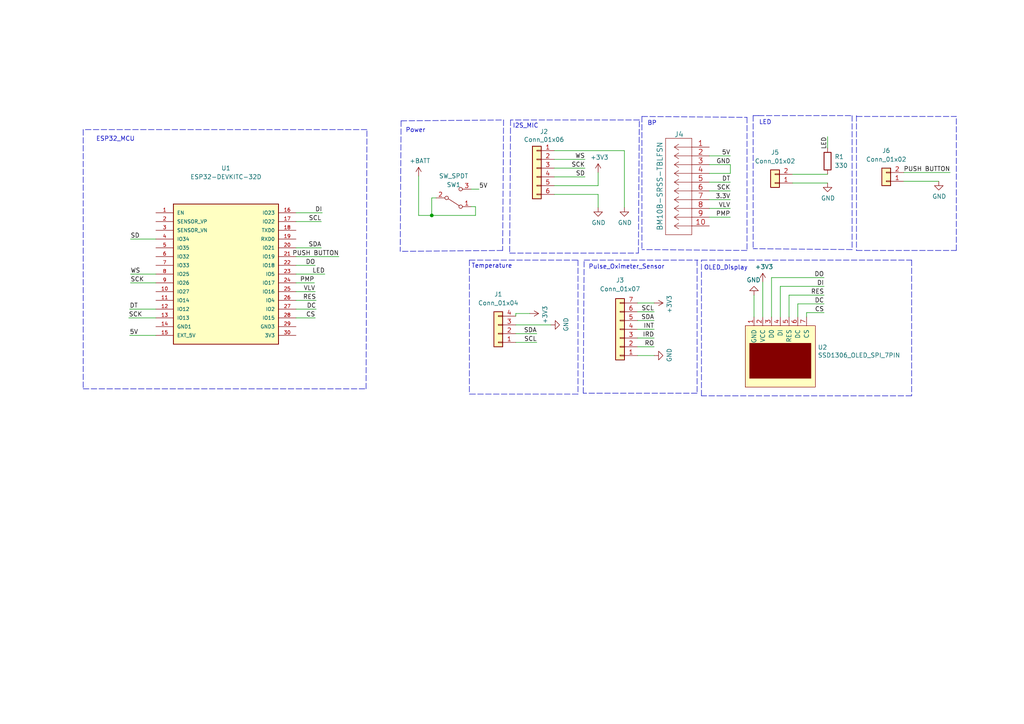
<source format=kicad_sch>
(kicad_sch (version 20211123) (generator eeschema)
  (paper "A4")
  (lib_symbols
    (symbol "Connector_Generic:Conn_01x02" (pin_names (offset 1.016) hide)
      (property "Reference" "J" (at 0 2.54 0))
      (property "Value" "Conn_01x02" (at 0 -5.08 0))
      (symbol "Conn_01x02_1_1"
        (rectangle (start -1.27 -2.413) (end 0 -2.667) (stroke (width 0.1524)))
        (rectangle (start -1.27 0.127) (end 0 -0.127) (stroke (width 0.1524)))
        (rectangle (start -1.27 1.27) (end 1.27 -3.81) (stroke (width 0.254)) (fill (type background)))
        (pin passive line (at -5.08 0 0) (length 3.81) (name "Pin_1") (number "1"))
        (pin passive line (at -5.08 -2.54 0) (length 3.81) (name "Pin_2") (number "2"))
      )
    )
    (symbol "Connector_Generic:Conn_01x04" (pin_names (offset 1.016) hide)
      (property "Reference" "J" (at 0 5.08 0))
      (property "Value" "Conn_01x04" (at 0 -7.62 0))
      (symbol "Conn_01x04_1_1"
        (rectangle (start -1.27 -4.953) (end 0 -5.207) (stroke (width 0.1524)))
        (rectangle (start -1.27 -2.413) (end 0 -2.667) (stroke (width 0.1524)))
        (rectangle (start -1.27 0.127) (end 0 -0.127) (stroke (width 0.1524)))
        (rectangle (start -1.27 2.667) (end 0 2.413) (stroke (width 0.1524)))
        (rectangle (start -1.27 3.81) (end 1.27 -6.35) (stroke (width 0.254)) (fill (type background)))
        (pin passive line (at -5.08 2.54 0) (length 3.81) (name "Pin_1") (number "1"))
        (pin passive line (at -5.08 0 0) (length 3.81) (name "Pin_2") (number "2"))
        (pin passive line (at -5.08 -2.54 0) (length 3.81) (name "Pin_3") (number "3"))
        (pin passive line (at -5.08 -5.08 0) (length 3.81) (name "Pin_4") (number "4"))
      )
    )
    (symbol "Connector_Generic:Conn_01x06" (pin_names (offset 1.016) hide)
      (property "Reference" "J" (at 0 7.62 0))
      (property "Value" "Conn_01x06" (at 0 -10.16 0))
      (symbol "Conn_01x06_1_1"
        (rectangle (start -1.27 -7.493) (end 0 -7.747) (stroke (width 0.1524)))
        (rectangle (start -1.27 -4.953) (end 0 -5.207) (stroke (width 0.1524)))
        (rectangle (start -1.27 -2.413) (end 0 -2.667) (stroke (width 0.1524)))
        (rectangle (start -1.27 0.127) (end 0 -0.127) (stroke (width 0.1524)))
        (rectangle (start -1.27 2.667) (end 0 2.413) (stroke (width 0.1524)))
        (rectangle (start -1.27 5.207) (end 0 4.953) (stroke (width 0.1524)))
        (rectangle (start -1.27 6.35) (end 1.27 -8.89) (stroke (width 0.254)) (fill (type background)))
        (pin passive line (at -5.08 5.08 0) (length 3.81) (name "Pin_1") (number "1"))
        (pin passive line (at -5.08 2.54 0) (length 3.81) (name "Pin_2") (number "2"))
        (pin passive line (at -5.08 0 0) (length 3.81) (name "Pin_3") (number "3"))
        (pin passive line (at -5.08 -2.54 0) (length 3.81) (name "Pin_4") (number "4"))
        (pin passive line (at -5.08 -5.08 0) (length 3.81) (name "Pin_5") (number "5"))
        (pin passive line (at -5.08 -7.62 0) (length 3.81) (name "Pin_6") (number "6"))
      )
    )
    (symbol "Connector_Generic:Conn_01x07" (pin_names (offset 1.016) hide)
      (property "Reference" "J" (at 0 10.16 0))
      (property "Value" "Conn_01x07" (at 0 -10.16 0))
      (symbol "Conn_01x07_1_1"
        (rectangle (start -1.27 -7.493) (end 0 -7.747) (stroke (width 0.1524)))
        (rectangle (start -1.27 -4.953) (end 0 -5.207) (stroke (width 0.1524)))
        (rectangle (start -1.27 -2.413) (end 0 -2.667) (stroke (width 0.1524)))
        (rectangle (start -1.27 0.127) (end 0 -0.127) (stroke (width 0.1524)))
        (rectangle (start -1.27 2.667) (end 0 2.413) (stroke (width 0.1524)))
        (rectangle (start -1.27 5.207) (end 0 4.953) (stroke (width 0.1524)))
        (rectangle (start -1.27 7.747) (end 0 7.493) (stroke (width 0.1524)))
        (rectangle (start -1.27 8.89) (end 1.27 -8.89) (stroke (width 0.254)) (fill (type background)))
        (pin passive line (at -5.08 7.62 0) (length 3.81) (name "Pin_1") (number "1"))
        (pin passive line (at -5.08 5.08 0) (length 3.81) (name "Pin_2") (number "2"))
        (pin passive line (at -5.08 2.54 0) (length 3.81) (name "Pin_3") (number "3"))
        (pin passive line (at -5.08 0 0) (length 3.81) (name "Pin_4") (number "4"))
        (pin passive line (at -5.08 -2.54 0) (length 3.81) (name "Pin_5") (number "5"))
        (pin passive line (at -5.08 -5.08 0) (length 3.81) (name "Pin_6") (number "6"))
        (pin passive line (at -5.08 -7.62 0) (length 3.81) (name "Pin_7") (number "7"))
      )
    )
    (symbol "Device:R" (pin_numbers hide) (pin_names (offset 0))
      (property "Reference" "R" (at 2.032 0 90))
      (property "Value" "R" (at 0 0 90))
      (symbol "R_0_1"
        (rectangle (start -1.016 -2.54) (end 1.016 2.54) (stroke (width 0.254)))
      )
      (symbol "R_1_1"
        (pin passive line (at 0 3.81 270) (length 1.27) (name "~") (number "1"))
        (pin passive line (at 0 -3.81 90) (length 1.27) (name "~") (number "2"))
      )
    )
    (symbol "ESP32-DEVKITC-32D:ESP32-DEVKITC-32D" (pin_names (offset 1.016))
      (property "Reference" "U?" (at 0 30.734 0))
      (property "Value" "ESP32-DEVKITC-32D" (at 0 28.194 0))
      (symbol "ESP32-DEVKITC-32D_0_0"
        (rectangle (start -15.24 20.32) (end 15.24 -20.32) (stroke (width 0.254)) (fill (type background)))
        (pin input line (at -20.32 17.78 0) (length 5.08) (name "EN") (number "1"))
        (pin bidirectional line (at -20.32 -5.08 0) (length 5.08) (name "IO27") (number "10"))
        (pin bidirectional line (at -20.32 -7.62 0) (length 5.08) (name "IO14") (number "11"))
        (pin bidirectional line (at -20.32 -10.16 0) (length 5.08) (name "IO12") (number "12"))
        (pin bidirectional line (at -20.32 -12.7 0) (length 5.08) (name "IO13") (number "13"))
        (pin power_in line (at -20.32 -15.24 0) (length 5.08) (name "GND1") (number "14"))
        (pin power_in line (at -20.32 -17.78 0) (length 5.08) (name "EXT_5V") (number "15"))
        (pin bidirectional line (at 20.32 17.78 180) (length 5.08) (name "IO23") (number "16"))
        (pin bidirectional line (at 20.32 15.24 180) (length 5.08) (name "IO22") (number "17"))
        (pin output line (at 20.32 12.7 180) (length 5.08) (name "TXD0") (number "18"))
        (pin input line (at 20.32 10.16 180) (length 5.08) (name "RXD0") (number "19"))
        (pin input line (at -20.32 15.24 0) (length 5.08) (name "SENSOR_VP") (number "2"))
        (pin bidirectional line (at 20.32 7.62 180) (length 5.08) (name "IO21") (number "20"))
        (pin bidirectional line (at 20.32 5.08 180) (length 5.08) (name "IO19") (number "21"))
        (pin bidirectional line (at 20.32 2.54 180) (length 5.08) (name "IO18") (number "22"))
        (pin bidirectional line (at 20.32 0 180) (length 5.08) (name "IO5") (number "23"))
        (pin bidirectional line (at 20.32 -2.54 180) (length 5.08) (name "IO17") (number "24"))
        (pin bidirectional line (at 20.32 -5.08 180) (length 5.08) (name "IO16") (number "25"))
        (pin bidirectional line (at 20.32 -7.62 180) (length 5.08) (name "IO4") (number "26"))
        (pin bidirectional line (at 20.32 -10.16 180) (length 5.08) (name "IO2") (number "27"))
        (pin bidirectional line (at 20.32 -12.7 180) (length 5.08) (name "IO15") (number "28"))
        (pin power_in line (at 20.32 -15.24 180) (length 5.08) (name "GND3") (number "29"))
        (pin input line (at -20.32 12.7 0) (length 5.08) (name "SENSOR_VN") (number "3"))
        (pin power_in line (at 20.32 -17.78 180) (length 5.08) (name "3V3") (number "30"))
        (pin bidirectional line (at -20.32 10.16 0) (length 5.08) (name "IO34") (number "4"))
        (pin bidirectional line (at -20.32 7.62 0) (length 5.08) (name "IO35") (number "5"))
        (pin bidirectional line (at -20.32 5.08 0) (length 5.08) (name "IO32") (number "6"))
        (pin bidirectional line (at -20.32 2.54 0) (length 5.08) (name "IO33") (number "7"))
        (pin bidirectional line (at -20.32 0 0) (length 5.08) (name "IO25") (number "8"))
        (pin bidirectional line (at -20.32 -2.54 0) (length 5.08) (name "IO26") (number "9"))
      )
    )
    (symbol "Insulin_pump_main_v1-rescue:BM10B-SRSS-TBLFSN-JST_10PIN" (pin_names (offset 0.254) hide)
      (property "Reference" "J" (at 8.89 6.35 0))
      (property "Value" "BM10B-SRSS-TBLFSN-JST_10PIN" (at 10.16 -10.16 0))
      (symbol "BM10B-SRSS-TBLFSN-JST_10PIN_1_1"
        (polyline (pts (xy 5.08 -25.4) (xy 12.7 -25.4)) (stroke (width 0.127)))
        (polyline (pts (xy 5.08 2.54) (xy 5.08 -25.4)) (stroke (width 0.127)))
        (polyline (pts (xy 10.16 -22.86) (xy 5.08 -22.86)) (stroke (width 0.127)))
        (polyline (pts (xy 10.16 -22.86) (xy 8.89 -23.6982)) (stroke (width 0.127)))
        (polyline (pts (xy 10.16 -22.86) (xy 8.89 -22.0218)) (stroke (width 0.127)))
        (polyline (pts (xy 10.16 -20.32) (xy 5.08 -20.32)) (stroke (width 0.127)))
        (polyline (pts (xy 10.16 -20.32) (xy 8.89 -21.1582)) (stroke (width 0.127)))
        (polyline (pts (xy 10.16 -20.32) (xy 8.89 -19.4818)) (stroke (width 0.127)))
        (polyline (pts (xy 10.16 -17.78) (xy 5.08 -17.78)) (stroke (width 0.127)))
        (polyline (pts (xy 10.16 -17.78) (xy 8.89 -18.6182)) (stroke (width 0.127)))
        (polyline (pts (xy 10.16 -17.78) (xy 8.89 -16.9418)) (stroke (width 0.127)))
        (polyline (pts (xy 10.16 -15.24) (xy 5.08 -15.24)) (stroke (width 0.127)))
        (polyline (pts (xy 10.16 -15.24) (xy 8.89 -16.0782)) (stroke (width 0.127)))
        (polyline (pts (xy 10.16 -15.24) (xy 8.89 -14.4018)) (stroke (width 0.127)))
        (polyline (pts (xy 10.16 -12.7) (xy 5.08 -12.7)) (stroke (width 0.127)))
        (polyline (pts (xy 10.16 -12.7) (xy 8.89 -13.5382)) (stroke (width 0.127)))
        (polyline (pts (xy 10.16 -12.7) (xy 8.89 -11.8618)) (stroke (width 0.127)))
        (polyline (pts (xy 10.16 -10.16) (xy 5.08 -10.16)) (stroke (width 0.127)))
        (polyline (pts (xy 10.16 -10.16) (xy 8.89 -10.9982)) (stroke (width 0.127)))
        (polyline (pts (xy 10.16 -10.16) (xy 8.89 -9.3218)) (stroke (width 0.127)))
        (polyline (pts (xy 10.16 -7.62) (xy 5.08 -7.62)) (stroke (width 0.127)))
        (polyline (pts (xy 10.16 -7.62) (xy 8.89 -8.4582)) (stroke (width 0.127)))
        (polyline (pts (xy 10.16 -7.62) (xy 8.89 -6.7818)) (stroke (width 0.127)))
        (polyline (pts (xy 10.16 -5.08) (xy 5.08 -5.08)) (stroke (width 0.127)))
        (polyline (pts (xy 10.16 -5.08) (xy 8.89 -5.9182)) (stroke (width 0.127)))
        (polyline (pts (xy 10.16 -5.08) (xy 8.89 -4.2418)) (stroke (width 0.127)))
        (polyline (pts (xy 10.16 -2.54) (xy 5.08 -2.54)) (stroke (width 0.127)))
        (polyline (pts (xy 10.16 -2.54) (xy 8.89 -3.3782)) (stroke (width 0.127)))
        (polyline (pts (xy 10.16 -2.54) (xy 8.89 -1.7018)) (stroke (width 0.127)))
        (polyline (pts (xy 10.16 0) (xy 5.08 0)) (stroke (width 0.127)))
        (polyline (pts (xy 10.16 0) (xy 8.89 -0.8382)) (stroke (width 0.127)))
        (polyline (pts (xy 10.16 0) (xy 8.89 0.8382)) (stroke (width 0.127)))
        (polyline (pts (xy 12.7 -25.4) (xy 12.7 2.54)) (stroke (width 0.127)))
        (polyline (pts (xy 12.7 2.54) (xy 5.08 2.54)) (stroke (width 0.127)))
        (pin unspecified line (at 0 0 0) (length 5.08) (name "1") (number "1"))
        (pin unspecified line (at 0 -22.86 0) (length 5.08) (name "10") (number "10"))
        (pin unspecified line (at 0 -2.54 0) (length 5.08) (name "2") (number "2"))
        (pin unspecified line (at 0 -5.08 0) (length 5.08) (name "3") (number "3"))
        (pin unspecified line (at 0 -7.62 0) (length 5.08) (name "4") (number "4"))
        (pin unspecified line (at 0 -10.16 0) (length 5.08) (name "5") (number "5"))
        (pin unspecified line (at 0 -12.7 0) (length 5.08) (name "6") (number "6"))
        (pin unspecified line (at 0 -15.24 0) (length 5.08) (name "7") (number "7"))
        (pin unspecified line (at 0 -17.78 0) (length 5.08) (name "8") (number "8"))
        (pin unspecified line (at 0 -20.32 0) (length 5.08) (name "9") (number "9"))
      )
    )
    (symbol "SSD1306:SSD1306_OLED_SPI_7PIN" (pin_names (offset 1.016))
      (property "Reference" "U" (at -11.43 7.62 0))
      (property "Value" "SSD1306_SSD1306_OLED_SPI_7PIN" (at 0 -10.16 0))
      (symbol "SSD1306_OLED_SPI_7PIN_0_1"
        (rectangle (start -10.16 8.89) (end 10.16 -8.89) (fill (type background)))
        (rectangle (start -8.89 3.81) (end 8.89 -6.35) (fill (type outline)))
      )
      (symbol "SSD1306_OLED_SPI_7PIN_1_1"
        (pin power_in line (at -7.62 11.43 270) (length 2.54) (name "GND") (number "1"))
        (pin power_in line (at -5.08 11.43 270) (length 2.54) (name "VCC") (number "2"))
        (pin output line (at -2.54 11.43 270) (length 2.54) (name "D0") (number "3"))
        (pin input line (at 0 11.43 270) (length 2.54) (name "DI") (number "4"))
        (pin input line (at 2.54 11.43 270) (length 2.54) (name "RES") (number "5"))
        (pin input line (at 5.08 11.43 270) (length 2.54) (name "DC") (number "6"))
        (pin input line (at 7.62 11.43 270) (length 2.54) (name "CS") (number "7"))
      )
    )
    (symbol "Switch:SW_SPDT" (pin_names (offset 0) hide)
      (property "Reference" "SW" (at 0 4.318 0))
      (property "Value" "SW_SPDT" (at 0 -5.08 0))
      (symbol "SW_SPDT_0_0"
        (circle (center -2.032 0) (radius 0.508))
        (circle (center 2.032 -2.54) (radius 0.508))
      )
      (symbol "SW_SPDT_0_1"
        (polyline (pts (xy -1.524 0.254) (xy 1.651 2.286)))
        (circle (center 2.032 2.54) (radius 0.508))
      )
      (symbol "SW_SPDT_1_1"
        (pin passive line (at 5.08 2.54 180) (length 2.54) (name "A") (number "1"))
        (pin passive line (at -5.08 0 0) (length 2.54) (name "B") (number "2"))
        (pin passive line (at 5.08 -2.54 180) (length 2.54) (name "C") (number "3"))
      )
    )
    (symbol "power:+3.3V" (power) (pin_names (offset 0))
      (property "Value" "+3.3V" (at 0 3.556 0))
      (symbol "+3.3V_0_1"
        (polyline (pts (xy -0.762 1.27) (xy 0 2.54)))
        (polyline (pts (xy 0 0) (xy 0 2.54)))
        (polyline (pts (xy 0 2.54) (xy 0.762 1.27)))
      )
      (symbol "+3.3V_1_1"
        (pin power_in line (at 0 0 90) (length 0) hide (name "+3V3") (number "1"))
      )
    )
    (symbol "power:+BATT" (power) (pin_names (offset 0))
      (property "Value" "+BATT" (at 0 3.556 0))
      (symbol "+BATT_0_1"
        (polyline (pts (xy -0.762 1.27) (xy 0 2.54)))
        (polyline (pts (xy 0 0) (xy 0 2.54)))
        (polyline (pts (xy 0 2.54) (xy 0.762 1.27)))
      )
      (symbol "+BATT_1_1"
        (pin power_in line (at 0 0 90) (length 0) hide (name "+BATT") (number "1"))
      )
    )
    (symbol "power:GND" (power) (pin_names (offset 0))
      (property "Value" "GND" (at 0 -3.81 0))
      (symbol "GND_0_1"
        (polyline (pts (xy 0 0) (xy 0 -1.27) (xy 1.27 -1.27) (xy 0 -2.54) (xy -1.27 -1.27) (xy 0 -1.27)))
      )
      (symbol "GND_1_1"
        (pin power_in line (at 0 0 270) (length 0) hide (name "GND") (number "1"))
      )
    )
  )
  (junction (at 125.222 62.484))
  (wire (pts (xy 205.74 52.832) (xy 211.836 52.832)))
  (wire (pts (xy 184.912 95.504) (xy 189.738 95.504)))
  (wire (pts (xy 125.222 62.484) (xy 125.222 57.404)))
  (polyline (pts (xy 136.144 75.438) (xy 167.64 75.438)))
  (wire (pts (xy 205.74 60.452) (xy 211.836 60.452)))
  (wire (pts (xy 228.854 91.948) (xy 228.854 85.598)))
  (wire (pts (xy 223.774 80.518) (xy 239.014 80.518)))
  (polyline (pts (xy 167.64 75.438) (xy 167.64 114.3)))
  (wire (pts (xy 160.782 51.308) (xy 169.672 51.308)))
  (polyline (pts (xy 136.144 75.438) (xy 136.144 114.3)))
  (wire (pts (xy 136.652 59.944) (xy 137.922 59.944)))
  (wire (pts (xy 205.74 47.752) (xy 211.836 47.752)))
  (polyline (pts (xy 248.412 72.644) (xy 277.368 72.644)))
  (polyline (pts (xy 106.426 37.592) (xy 24.13 37.592)))
  (wire (pts (xy 85.852 92.202) (xy 91.44 92.202)))
  (wire (pts (xy 149.606 94.234) (xy 159.766 94.234)))
  (polyline (pts (xy 116.332 35.052) (xy 116.078 72.898)))
  (polyline (pts (xy 116.332 35.052) (xy 146.05 34.798)))
  (polyline (pts (xy 167.64 114.3) (xy 136.144 114.3)))
  (wire (pts (xy 85.852 71.882) (xy 93.218 71.882)))
  (wire (pts (xy 160.782 56.388) (xy 173.482 56.388)))
  (polyline (pts (xy 219.964 33.528) (xy 247.142 33.528)))
  (polyline (pts (xy 247.142 72.39) (xy 218.948 72.136)))
  (wire (pts (xy 121.412 51.054) (xy 121.412 62.484)))
  (wire (pts (xy 85.852 61.722) (xy 93.472 61.722)))
  (wire (pts (xy 226.314 83.058) (xy 239.014 83.058)))
  (wire (pts (xy 240.03 39.624) (xy 240.03 42.926)))
  (wire (pts (xy 149.606 91.694) (xy 149.606 90.932)))
  (polyline (pts (xy 247.142 33.528) (xy 247.142 72.39)))
  (polyline (pts (xy 277.368 72.644) (xy 277.368 33.782)))
  (wire (pts (xy 85.852 79.502) (xy 94.234 79.502)))
  (wire (pts (xy 136.652 54.864) (xy 138.938 54.864)))
  (polyline (pts (xy 203.454 114.808) (xy 203.454 75.438)))
  (wire (pts (xy 184.912 90.424) (xy 189.738 90.424)))
  (wire (pts (xy 226.314 91.948) (xy 226.314 83.058)))
  (wire (pts (xy 262.128 50.038) (xy 275.59 50.038)))
  (wire (pts (xy 37.338 92.202) (xy 45.212 92.202)))
  (wire (pts (xy 205.74 55.372) (xy 211.836 55.372)))
  (wire (pts (xy 205.74 50.292) (xy 211.836 50.292)))
  (wire (pts (xy 184.912 103.124) (xy 189.738 103.124)))
  (wire (pts (xy 173.482 50.038) (xy 173.482 53.848)))
  (polyline (pts (xy 202.184 114.046) (xy 169.164 114.046)))
  (wire (pts (xy 137.922 62.484) (xy 125.222 62.484)))
  (wire (pts (xy 126.492 57.404) (xy 125.222 57.404)))
  (polyline (pts (xy 216.662 72.644) (xy 186.182 72.39)))
  (polyline (pts (xy 264.414 114.808) (xy 203.454 114.808)))
  (wire (pts (xy 149.606 99.314) (xy 155.702 99.314)))
  (wire (pts (xy 218.694 85.598) (xy 218.694 91.948)))
  (polyline (pts (xy 169.418 75.438) (xy 202.438 75.438)))
  (polyline (pts (xy 248.412 33.528) (xy 248.412 72.644)))
  (polyline (pts (xy 146.05 34.798) (xy 145.796 72.644)))
  (polyline (pts (xy 145.796 72.644) (xy 116.078 72.898)))
  (polyline (pts (xy 202.184 75.438) (xy 202.184 114.046)))
  (polyline (pts (xy 147.828 73.406) (xy 185.166 73.406)))
  (polyline (pts (xy 24.13 112.776) (xy 106.172 112.776)))
  (wire (pts (xy 181.102 43.688) (xy 181.102 60.198)))
  (polyline (pts (xy 148.082 34.798) (xy 147.828 73.406)))
  (wire (pts (xy 85.852 82.042) (xy 91.186 82.042)))
  (polyline (pts (xy 106.172 112.776) (xy 106.426 37.592)))
  (wire (pts (xy 184.912 98.044) (xy 189.738 98.044)))
  (wire (pts (xy 173.482 56.388) (xy 173.482 60.198)))
  (polyline (pts (xy 218.44 33.528) (xy 218.44 72.136)))
  (wire (pts (xy 85.852 64.262) (xy 93.218 64.262)))
  (wire (pts (xy 85.852 76.962) (xy 91.44 76.962)))
  (wire (pts (xy 231.394 88.138) (xy 239.014 88.138)))
  (polyline (pts (xy 185.166 73.406) (xy 185.42 34.798)))
  (wire (pts (xy 233.934 90.678) (xy 239.014 90.678)))
  (wire (pts (xy 233.934 91.948) (xy 233.934 90.678)))
  (wire (pts (xy 184.912 87.884) (xy 189.738 87.884)))
  (wire (pts (xy 149.606 96.774) (xy 155.702 96.774)))
  (wire (pts (xy 205.74 45.212) (xy 211.836 45.212)))
  (wire (pts (xy 211.836 47.752) (xy 211.836 50.292)))
  (polyline (pts (xy 219.964 33.528) (xy 218.44 33.528)))
  (wire (pts (xy 184.912 100.584) (xy 189.738 100.584)))
  (wire (pts (xy 85.852 87.122) (xy 91.694 87.122)))
  (polyline (pts (xy 203.454 75.438) (xy 264.414 75.438)))
  (polyline (pts (xy 169.164 114.046) (xy 169.418 75.438)))
  (polyline (pts (xy 186.182 33.782) (xy 186.182 72.39)))
  (polyline (pts (xy 186.182 33.782) (xy 216.662 34.036)))
  (wire (pts (xy 85.852 84.582) (xy 91.44 84.582)))
  (polyline (pts (xy 185.42 34.798) (xy 185.42 34.798)))
  (wire (pts (xy 229.87 53.086) (xy 240.03 53.086)))
  (wire (pts (xy 85.852 89.662) (xy 91.694 89.662)))
  (wire (pts (xy 228.854 85.598) (xy 239.014 85.598)))
  (wire (pts (xy 37.592 97.282) (xy 45.212 97.282)))
  (wire (pts (xy 160.782 53.848) (xy 173.482 53.848)))
  (polyline (pts (xy 218.44 72.136) (xy 219.202 72.136)))
  (wire (pts (xy 37.846 79.502) (xy 45.212 79.502)))
  (polyline (pts (xy 248.412 33.782) (xy 277.368 33.782)))
  (wire (pts (xy 229.87 50.546) (xy 240.03 50.546)))
  (wire (pts (xy 205.74 57.912) (xy 211.836 57.912)))
  (wire (pts (xy 160.782 46.228) (xy 169.672 46.228)))
  (wire (pts (xy 37.592 89.662) (xy 45.212 89.662)))
  (wire (pts (xy 221.234 81.788) (xy 221.234 91.948)))
  (wire (pts (xy 149.606 90.932) (xy 153.67 90.932)))
  (wire (pts (xy 37.846 69.342) (xy 45.212 69.342)))
  (wire (pts (xy 231.394 91.948) (xy 231.394 88.138)))
  (polyline (pts (xy 24.13 37.592) (xy 24.13 112.776)))
  (wire (pts (xy 121.412 62.484) (xy 125.222 62.484)))
  (polyline (pts (xy 264.414 75.438) (xy 264.414 114.808)))
  (wire (pts (xy 85.852 74.422) (xy 98.298 74.422)))
  (wire (pts (xy 205.74 62.992) (xy 211.836 62.992)))
  (wire (pts (xy 262.128 52.578) (xy 272.288 52.578)))
  (wire (pts (xy 223.774 91.948) (xy 223.774 80.518)))
  (wire (pts (xy 137.922 59.944) (xy 137.922 62.484)))
  (wire (pts (xy 160.782 43.688) (xy 181.102 43.688)))
  (wire (pts (xy 37.846 82.042) (xy 45.212 82.042)))
  (wire (pts (xy 160.782 48.768) (xy 169.672 48.768)))
  (polyline (pts (xy 216.662 34.036) (xy 216.662 72.644)))
  (wire (pts (xy 184.912 92.964) (xy 189.738 92.964)))
  (polyline (pts (xy 185.42 34.798) (xy 148.082 34.798)))
  (text "LED\n" (at 223.774 36.322 180) (effects (font (size 1.27 1.27)) (justify right bottom)))
  (text "Pulse_Oximeter_Sensor" (at 170.688 78.232 0) (effects (font (size 1.27 1.27)) (justify left bottom)))
  (text "Power" (at 123.444 38.608 180) (effects (font (size 1.27 1.27)) (justify right bottom)))
  (text "OLED_Display\n" (at 216.916 78.486 180) (effects (font (size 1.27 1.27)) (justify right bottom)))
  (text "Temperature\n" (at 148.59 77.978 180) (effects (font (size 1.27 1.27)) (justify right bottom)))
  (text "BP\n\n\n" (at 190.5 40.64 180) (effects (font (size 1.27 1.27)) (justify right bottom)))
  (text "ESP32_MCU" (at 39.116 41.148 180) (effects (font (size 1.27 1.27)) (justify right bottom)))
  (text "I2S_MIC" (at 156.21 37.338 180) (effects (font (size 1.27 1.27)) (justify right bottom)))
  (label "CS" (at 91.44 92.202 180))
  (label "SCK" (at 169.672 48.768 180))
  (label "DC" (at 91.694 89.662 180))
  (label "WS" (at 169.672 46.228 180))
  (label "PMP" (at 211.836 62.992 180))
  (label "SDA" (at 189.738 92.964 180))
  (label "LED" (at 94.234 79.502 180))
  (label "IRD" (at 189.738 98.044 180))
  (label "SD" (at 37.846 69.342 0))
  (label "CS" (at 239.014 90.678 180))
  (label "WS" (at 37.846 79.502 0))
  (label "VLV" (at 211.836 60.452 180))
  (label "DI" (at 239.014 83.058 180))
  (label "SCK" (at 37.846 82.042 0))
  (label "PUSH BUTTON" (at 275.59 50.038 180))
  (label "RO" (at 189.738 100.584 180))
  (label "DO" (at 239.014 80.518 180))
  (label "GND" (at 211.836 47.752 180))
  (label "SD" (at 169.672 51.308 180))
  (label "SCK" (at 37.338 92.202 0))
  (label "LED" (at 240.03 39.624 270))
  (label "DO" (at 91.44 76.962 180))
  (label "5V" (at 37.592 97.282 0))
  (label "SCL" (at 93.218 64.262 180))
  (label "SCL" (at 189.738 90.424 180))
  (label "DT" (at 37.592 89.662 0))
  (label "INT" (at 189.738 95.504 180))
  (label "DC" (at 239.014 88.138 180))
  (label "VLV" (at 91.44 84.582 180))
  (label "SCL" (at 155.702 99.314 180))
  (label "5V" (at 138.938 54.864 0))
  (label "PUSH BUTTON" (at 98.298 74.422 180))
  (label "DT" (at 211.836 52.832 180))
  (label "5V" (at 211.836 45.212 180))
  (label "RES" (at 91.694 87.122 180))
  (label "SCK" (at 211.836 55.372 180))
  (label "SDA" (at 155.702 96.774 180))
  (label "PMP" (at 91.186 82.042 180))
  (label "SDA" (at 93.218 71.882 180))
  (label "3.3V" (at 211.836 57.912 180))
  (label "RES" (at 239.014 85.598 180))
  (label "DI" (at 93.472 61.722 180))
  (symbol (lib_id "power:GND") (at 159.766 94.234 90) (unit 1)
    (property "Reference" "#PWR0104" (effects hide))
    (property "Value" "GND" (at 164.1602 94.107 0))
  )
  (symbol (lib_id "Switch:SW_SPDT") (at 131.572 57.404 0) (mirror x) (unit 1)
    (property "Reference" "SW1" (at 131.572 53.594 0))
    (property "Value" "SW_SPDT" (at 131.572 51.054 0))
    (property "Footprint" "Connector_PinHeader_2.54mm:PinHeader_1x02_P2.54mm_Vertical" (effects hide))
  )
  (symbol (lib_id "power:GND") (at 218.694 85.598 180) (unit 1)
    (property "Reference" "#PWR0105" (effects hide))
    (property "Value" "GND" (at 218.567 81.2038 0))
  )
  (symbol (lib_id "Connector_Generic:Conn_01x07") (at 179.832 95.504 180) (unit 1)
    (property "Reference" "J3" (at 179.832 81.28 0))
    (property "Value" "Conn_01x07" (at 179.832 83.82 0))
    (property "Footprint" "Connector_PinHeader_2.54mm:PinHeader_1x07_P2.54mm_Vertical" (effects hide))
  )
  (symbol (lib_id "power:GND") (at 181.102 60.198 0) (unit 1)
    (property "Reference" "#PWR0112" (effects hide))
    (property "Value" "GND" (at 181.229 64.5922 0))
  )
  (symbol (lib_id "power:+BATT") (at 121.412 51.054 0) (unit 1)
    (property "Reference" "#PWR0103" (effects hide))
    (property "Value" "+BATT" (at 121.793 46.6598 0))
  )
  (symbol (lib_id "power:GND") (at 189.738 103.124 90) (unit 1)
    (property "Reference" "#PWR0110" (effects hide))
    (property "Value" "GND" (at 194.1322 102.997 0))
  )
  (symbol (lib_id "power:+3.3V") (at 189.738 87.884 270) (unit 1)
    (property "Reference" "#PWR0109" (effects hide))
    (property "Value" "+3.3V" (at 194.1322 88.265 0))
  )
  (symbol (lib_id "power:GND") (at 272.288 52.578 0) (unit 1)
    (property "Reference" "#PWR0107" (effects hide))
    (property "Value" "GND" (at 272.415 56.9722 0))
  )
  (symbol (lib_id "Connector_Generic:Conn_01x04") (at 144.526 96.774 180) (unit 1)
    (property "Reference" "J1" (at 144.526 85.344 0))
    (property "Value" "Conn_01x04" (at 144.526 87.884 0))
    (property "Footprint" "Connector_PinHeader_2.54mm:PinHeader_1x04_P2.54mm_Vertical" (effects hide))
  )
  (symbol (lib_id "Connector_Generic:Conn_01x06") (at 155.702 48.768 0) (mirror y) (unit 1)
    (property "Reference" "J2" (at 157.7848 38.1762 0))
    (property "Value" "Conn_01x06" (at 157.7848 40.4876 0))
    (property "Footprint" "Connector_PinHeader_2.54mm:PinHeader_1x06_P2.54mm_Vertical" (effects hide))
  )
  (symbol (lib_id "ESP32-DEVKITC-32D:ESP32-DEVKITC-32D") (at 65.532 79.502 0) (unit 1)
    (property "Reference" "U1" (at 65.532 48.768 0))
    (property "Value" "ESP32-DEVKITC-32D" (at 65.532 51.308 0))
    (property "Footprint" "MODULE_ESP32-DEVKITC-32D" (effects hide))
    (property "MANUFACTURER" "Espressif Systems" (effects hide))
    (property "PARTREV" "4" (effects hide))
  )
  (symbol (lib_id "power:+3.3V") (at 221.234 81.788 0) (unit 1)
    (property "Reference" "#PWR0106" (effects hide))
    (property "Value" "+3.3V" (at 221.615 77.3938 0))
  )
  (symbol (lib_id "Insulin_pump_main_v1-rescue:BM10B-SRSS-TBLFSN-JST_10PIN") (at 205.74 42.672 0) (mirror y) (unit 1)
    (property "Reference" "J4" (at 198.374 38.989 0) (effects (font (size 1.524 1.524)) (justify left)))
    (property "Value" "BM10B-SRSS-TBLFSN" (at 191.389 66.929 90) (effects (font (size 1.524 1.524)) (justify left)))
    (property "Footprint" "Libraries:SM10B-SRSS-TB" (effects hide))
    (property "Manufacturer_Part_Number" "BM10B-SRSS-TBLFSN" (effects hide))
  )
  (symbol (lib_id "Connector_Generic:Conn_01x02") (at 257.048 52.578 180) (unit 1)
    (property "Reference" "J6" (at 257.048 43.688 0))
    (property "Value" "Conn_01x02" (at 257.048 46.228 0))
    (property "Footprint" "Connector_PinHeader_2.54mm:PinHeader_1x02_P2.54mm_Vertical" (effects hide))
  )
  (symbol (lib_id "power:+3.3V") (at 173.482 50.038 0) (unit 1)
    (property "Reference" "#PWR0113" (effects hide))
    (property "Value" "+3.3V" (at 173.863 45.6438 0))
  )
  (symbol (lib_id "power:+3.3V") (at 153.67 90.932 270) (unit 1)
    (property "Reference" "#PWR0102" (effects hide))
    (property "Value" "+3.3V" (at 158.0642 91.313 0))
  )
  (symbol (lib_id "Device:R") (at 240.03 46.736 0) (unit 1)
    (property "Reference" "R1" (at 242.062 45.4659 0) (effects (justify left)))
    (property "Value" "330" (at 242.062 48.0059 0) (effects (justify left)))
    (property "Footprint" "Resistor_SMD:R_0805_2012Metric_Pad1.20x1.40mm_HandSolder" (effects hide))
  )
  (symbol (lib_id "SSD1306:SSD1306_OLED_SPI_7PIN") (at 226.314 103.378 0) (unit 1)
    (property "Reference" "U2" (at 237.1852 100.7364 0) (effects (justify left)))
    (property "Value" "SSD1306_OLED_SPI_7PIN" (at 237.1852 103.0478 0) (effects (justify left)))
    (property "Footprint" "Connector_PinHeader_2.54mm:PinHeader_1x07_P2.54mm_Vertical" (effects hide))
  )
  (symbol (lib_id "power:GND") (at 240.03 53.086 0) (unit 1)
    (property "Reference" "#PWR0108" (effects hide))
    (property "Value" "GND" (at 240.157 57.4802 0))
  )
  (symbol (lib_id "power:GND") (at 173.482 60.198 0) (unit 1)
    (property "Reference" "#PWR0111" (effects hide))
    (property "Value" "GND" (at 173.609 64.5922 0))
  )
  (symbol (lib_id "Connector_Generic:Conn_01x02") (at 224.79 53.086 180) (unit 1)
    (property "Reference" "J5" (at 224.79 44.196 0))
    (property "Value" "Conn_01x02" (at 224.79 46.736 0))
    (property "Footprint" "Connector_PinHeader_2.54mm:PinHeader_1x02_P2.54mm_Vertical" (effects hide))
  )
)
</source>
